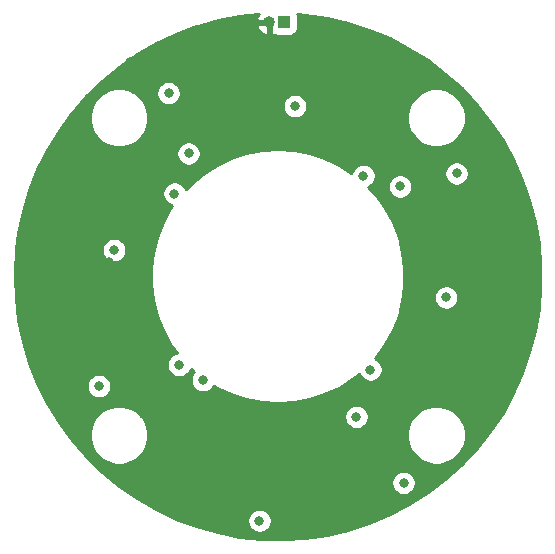
<source format=gbr>
%TF.GenerationSoftware,KiCad,Pcbnew,5.1.7-a382d34a8~87~ubuntu20.04.1*%
%TF.CreationDate,2021-02-25T10:09:00+00:00*%
%TF.ProjectId,UFOPulse,55464f50-756c-4736-952e-6b696361645f,rev?*%
%TF.SameCoordinates,Original*%
%TF.FileFunction,Copper,L2,Inr*%
%TF.FilePolarity,Positive*%
%FSLAX46Y46*%
G04 Gerber Fmt 4.6, Leading zero omitted, Abs format (unit mm)*
G04 Created by KiCad (PCBNEW 5.1.7-a382d34a8~87~ubuntu20.04.1) date 2021-02-25 10:09:00*
%MOMM*%
%LPD*%
G01*
G04 APERTURE LIST*
%TA.AperFunction,ComponentPad*%
%ADD10O,1.000000X1.000000*%
%TD*%
%TA.AperFunction,ComponentPad*%
%ADD11R,1.000000X1.000000*%
%TD*%
%TA.AperFunction,ViaPad*%
%ADD12C,0.800000*%
%TD*%
%TA.AperFunction,Conductor*%
%ADD13C,0.254000*%
%TD*%
%TA.AperFunction,Conductor*%
%ADD14C,0.100000*%
%TD*%
G04 APERTURE END LIST*
D10*
%TO.N,GND*%
%TO.C,J10*%
X139830000Y-83600000D03*
D11*
%TO.N,VCC*%
X141100000Y-83600000D03*
%TD*%
D12*
%TO.N,GND*%
X126300000Y-103900000D03*
X160500000Y-96300000D03*
X128000000Y-87000000D03*
X118800000Y-104900000D03*
X145800000Y-117100000D03*
X153300000Y-106900000D03*
X123000000Y-118300000D03*
X156100000Y-120600000D03*
X140100000Y-116200000D03*
X138500000Y-119300000D03*
X140650000Y-119250000D03*
X121600000Y-114300000D03*
X123700000Y-115800000D03*
X128400000Y-122200000D03*
X130500000Y-124200000D03*
X141800000Y-126800000D03*
X140500000Y-126700000D03*
X150200000Y-124700000D03*
X153800000Y-122300000D03*
X157800000Y-118500000D03*
X159200000Y-116300000D03*
X160700000Y-113300000D03*
X157500000Y-116500000D03*
X159500000Y-103700000D03*
X159600000Y-105800000D03*
X161600000Y-103800000D03*
X161700000Y-105900000D03*
X157500000Y-92300000D03*
X159900000Y-95200000D03*
X157500000Y-94700000D03*
X148900000Y-85100000D03*
X151900000Y-86600000D03*
X154600000Y-88400000D03*
X130600000Y-85700000D03*
X129700000Y-88000000D03*
X125500000Y-89300000D03*
X122800000Y-92300000D03*
X121100000Y-95300000D03*
X123000000Y-94100000D03*
X130200000Y-94200000D03*
X129400000Y-115300000D03*
X120300000Y-103800000D03*
X120400000Y-106000000D03*
X121900000Y-104800000D03*
%TO.N,TRIG1*%
X132200000Y-112600000D03*
%TO.N,TRIG3*%
X133000000Y-94700000D03*
%TO.N,TRIG5*%
X150900000Y-97500000D03*
%TO.N,TRIG7*%
X147200000Y-117000000D03*
%TO.N,TRIG0*%
X134200000Y-113900000D03*
%TO.N,TRIG2*%
X131800000Y-98100000D03*
%TO.N,TRIG4*%
X147800000Y-96600000D03*
%TO.N,TRIG6*%
X148400000Y-113000000D03*
%TO.N,VCC*%
X125400000Y-114400000D03*
X126700000Y-102900000D03*
X131300000Y-89600000D03*
X142000000Y-90700000D03*
X155700000Y-96400000D03*
X154800000Y-106900000D03*
X151200000Y-122600000D03*
X139001042Y-125801040D03*
%TD*%
D13*
%TO.N,GND*%
X138815790Y-83090471D02*
X138735874Y-83298124D01*
X138860871Y-83473000D01*
X139703000Y-83473000D01*
X139703000Y-83453000D01*
X139957000Y-83453000D01*
X139957000Y-83473000D01*
X139961928Y-83473000D01*
X139961928Y-83727000D01*
X139957000Y-83727000D01*
X139957000Y-84567954D01*
X140131874Y-84694119D01*
X140186864Y-84677446D01*
X140266820Y-84641930D01*
X140355820Y-84689502D01*
X140475518Y-84725812D01*
X140600000Y-84738072D01*
X141600000Y-84738072D01*
X141724482Y-84725812D01*
X141844180Y-84689502D01*
X141954494Y-84630537D01*
X142051185Y-84551185D01*
X142130537Y-84454494D01*
X142189502Y-84344180D01*
X142225812Y-84224482D01*
X142238072Y-84100000D01*
X142238072Y-83100000D01*
X142225812Y-82975518D01*
X142211146Y-82927169D01*
X142871987Y-82968746D01*
X144716706Y-83241150D01*
X146532161Y-83666961D01*
X148305617Y-84243192D01*
X150024637Y-84965802D01*
X151677161Y-85829720D01*
X153251598Y-86828889D01*
X154736905Y-87956298D01*
X156122665Y-89204042D01*
X157399155Y-90563366D01*
X158557424Y-92024737D01*
X159589345Y-93577904D01*
X160487682Y-95211973D01*
X161246134Y-96915482D01*
X161859379Y-98676482D01*
X162323116Y-100482621D01*
X162634094Y-102321231D01*
X162790130Y-104179414D01*
X162790130Y-106044136D01*
X162634094Y-107902319D01*
X162323116Y-109740929D01*
X161859379Y-111547068D01*
X161246134Y-113308068D01*
X160487682Y-115011577D01*
X159589345Y-116645646D01*
X158557424Y-118198813D01*
X157399155Y-119660184D01*
X156122665Y-121019508D01*
X154736905Y-122267252D01*
X153251598Y-123394661D01*
X151677161Y-124393830D01*
X150024637Y-125257748D01*
X148305617Y-125980358D01*
X146532161Y-126556589D01*
X144716706Y-126982400D01*
X142871987Y-127254804D01*
X141010944Y-127371891D01*
X139146630Y-127332839D01*
X137292123Y-127137923D01*
X135460429Y-126788508D01*
X133664398Y-126287047D01*
X132083459Y-125699101D01*
X137966042Y-125699101D01*
X137966042Y-125902979D01*
X138005816Y-126102938D01*
X138083837Y-126291296D01*
X138197105Y-126460814D01*
X138341268Y-126604977D01*
X138510786Y-126718245D01*
X138699144Y-126796266D01*
X138899103Y-126836040D01*
X139102981Y-126836040D01*
X139302940Y-126796266D01*
X139491298Y-126718245D01*
X139660816Y-126604977D01*
X139804979Y-126460814D01*
X139918247Y-126291296D01*
X139996268Y-126102938D01*
X140036042Y-125902979D01*
X140036042Y-125699101D01*
X139996268Y-125499142D01*
X139918247Y-125310784D01*
X139804979Y-125141266D01*
X139660816Y-124997103D01*
X139491298Y-124883835D01*
X139302940Y-124805814D01*
X139102981Y-124766040D01*
X138899103Y-124766040D01*
X138699144Y-124805814D01*
X138510786Y-124883835D01*
X138341268Y-124997103D01*
X138197105Y-125141266D01*
X138083837Y-125310784D01*
X138005816Y-125499142D01*
X137966042Y-125699101D01*
X132083459Y-125699101D01*
X131916627Y-125637057D01*
X130229375Y-124843097D01*
X128614478Y-123910735D01*
X127083262Y-122846513D01*
X126662057Y-122498061D01*
X150165000Y-122498061D01*
X150165000Y-122701939D01*
X150204774Y-122901898D01*
X150282795Y-123090256D01*
X150396063Y-123259774D01*
X150540226Y-123403937D01*
X150709744Y-123517205D01*
X150898102Y-123595226D01*
X151098061Y-123635000D01*
X151301939Y-123635000D01*
X151501898Y-123595226D01*
X151690256Y-123517205D01*
X151859774Y-123403937D01*
X152003937Y-123259774D01*
X152117205Y-123090256D01*
X152195226Y-122901898D01*
X152235000Y-122701939D01*
X152235000Y-122498061D01*
X152195226Y-122298102D01*
X152117205Y-122109744D01*
X152003937Y-121940226D01*
X151859774Y-121796063D01*
X151690256Y-121682795D01*
X151501898Y-121604774D01*
X151301939Y-121565000D01*
X151098061Y-121565000D01*
X150898102Y-121604774D01*
X150709744Y-121682795D01*
X150540226Y-121796063D01*
X150396063Y-121940226D01*
X150282795Y-122109744D01*
X150204774Y-122298102D01*
X150165000Y-122498061D01*
X126662057Y-122498061D01*
X125646469Y-121657894D01*
X124314175Y-120353216D01*
X123095727Y-118941630D01*
X122630479Y-118301271D01*
X124616692Y-118301271D01*
X124616692Y-118792337D01*
X124712495Y-119273968D01*
X124900417Y-119727654D01*
X125173239Y-120135960D01*
X125520476Y-120483197D01*
X125928782Y-120756019D01*
X126382468Y-120943941D01*
X126864099Y-121039744D01*
X127355165Y-121039744D01*
X127836796Y-120943941D01*
X128290482Y-120756019D01*
X128698788Y-120483197D01*
X129046025Y-120135960D01*
X129318847Y-119727654D01*
X129506769Y-119273968D01*
X129602572Y-118792337D01*
X129602572Y-118301271D01*
X151486753Y-118301271D01*
X151486753Y-118792337D01*
X151582555Y-119273967D01*
X151770478Y-119727652D01*
X152043300Y-120135959D01*
X152390535Y-120483194D01*
X152798842Y-120756016D01*
X153252527Y-120943939D01*
X153734157Y-121039741D01*
X154225223Y-121039741D01*
X154706853Y-120943939D01*
X155160538Y-120756016D01*
X155568845Y-120483194D01*
X155916080Y-120135959D01*
X156188902Y-119727652D01*
X156376825Y-119273967D01*
X156472627Y-118792337D01*
X156472627Y-118301271D01*
X156376825Y-117819641D01*
X156188902Y-117365956D01*
X155916080Y-116957649D01*
X155568845Y-116610414D01*
X155160538Y-116337592D01*
X154706853Y-116149669D01*
X154225223Y-116053867D01*
X153734157Y-116053867D01*
X153252527Y-116149669D01*
X152798842Y-116337592D01*
X152390535Y-116610414D01*
X152043300Y-116957649D01*
X151770478Y-117365956D01*
X151582555Y-117819641D01*
X151486753Y-118301271D01*
X129602572Y-118301271D01*
X129506769Y-117819640D01*
X129318847Y-117365954D01*
X129046025Y-116957648D01*
X128986438Y-116898061D01*
X146165000Y-116898061D01*
X146165000Y-117101939D01*
X146204774Y-117301898D01*
X146282795Y-117490256D01*
X146396063Y-117659774D01*
X146540226Y-117803937D01*
X146709744Y-117917205D01*
X146898102Y-117995226D01*
X147098061Y-118035000D01*
X147301939Y-118035000D01*
X147501898Y-117995226D01*
X147690256Y-117917205D01*
X147859774Y-117803937D01*
X148003937Y-117659774D01*
X148117205Y-117490256D01*
X148195226Y-117301898D01*
X148235000Y-117101939D01*
X148235000Y-116898061D01*
X148195226Y-116698102D01*
X148117205Y-116509744D01*
X148003937Y-116340226D01*
X147859774Y-116196063D01*
X147690256Y-116082795D01*
X147501898Y-116004774D01*
X147301939Y-115965000D01*
X147098061Y-115965000D01*
X146898102Y-116004774D01*
X146709744Y-116082795D01*
X146540226Y-116196063D01*
X146396063Y-116340226D01*
X146282795Y-116509744D01*
X146204774Y-116698102D01*
X146165000Y-116898061D01*
X128986438Y-116898061D01*
X128698788Y-116610411D01*
X128290482Y-116337589D01*
X127836796Y-116149667D01*
X127355165Y-116053864D01*
X126864099Y-116053864D01*
X126382468Y-116149667D01*
X125928782Y-116337589D01*
X125520476Y-116610411D01*
X125173239Y-116957648D01*
X124900417Y-117365954D01*
X124712495Y-117819640D01*
X124616692Y-118301271D01*
X122630479Y-118301271D01*
X121999670Y-117433037D01*
X121033694Y-115838020D01*
X120269252Y-114298061D01*
X124365000Y-114298061D01*
X124365000Y-114501939D01*
X124404774Y-114701898D01*
X124482795Y-114890256D01*
X124596063Y-115059774D01*
X124740226Y-115203937D01*
X124909744Y-115317205D01*
X125098102Y-115395226D01*
X125298061Y-115435000D01*
X125501939Y-115435000D01*
X125701898Y-115395226D01*
X125890256Y-115317205D01*
X126059774Y-115203937D01*
X126203937Y-115059774D01*
X126317205Y-114890256D01*
X126395226Y-114701898D01*
X126435000Y-114501939D01*
X126435000Y-114298061D01*
X126395226Y-114098102D01*
X126317205Y-113909744D01*
X126203937Y-113740226D01*
X126059774Y-113596063D01*
X125890256Y-113482795D01*
X125701898Y-113404774D01*
X125501939Y-113365000D01*
X125298061Y-113365000D01*
X125098102Y-113404774D01*
X124909744Y-113482795D01*
X124740226Y-113596063D01*
X124596063Y-113740226D01*
X124482795Y-113909744D01*
X124404774Y-114098102D01*
X124365000Y-114298061D01*
X120269252Y-114298061D01*
X120204572Y-114167766D01*
X119518122Y-112433991D01*
X118979158Y-110648855D01*
X118591460Y-108824881D01*
X118357748Y-106974862D01*
X118279662Y-105111775D01*
X118307965Y-104436463D01*
X129810885Y-104436463D01*
X129810885Y-105787087D01*
X129980163Y-107127061D01*
X130316049Y-108435252D01*
X130813247Y-109691031D01*
X131463915Y-110874592D01*
X131982261Y-111588034D01*
X131898102Y-111604774D01*
X131709744Y-111682795D01*
X131540226Y-111796063D01*
X131396063Y-111940226D01*
X131282795Y-112109744D01*
X131204774Y-112298102D01*
X131165000Y-112498061D01*
X131165000Y-112701939D01*
X131204774Y-112901898D01*
X131282795Y-113090256D01*
X131396063Y-113259774D01*
X131540226Y-113403937D01*
X131709744Y-113517205D01*
X131898102Y-113595226D01*
X132098061Y-113635000D01*
X132301939Y-113635000D01*
X132501898Y-113595226D01*
X132690256Y-113517205D01*
X132859774Y-113403937D01*
X133003937Y-113259774D01*
X133117205Y-113090256D01*
X133176935Y-112946057D01*
X133182358Y-112951832D01*
X133457139Y-113179150D01*
X133396063Y-113240226D01*
X133282795Y-113409744D01*
X133204774Y-113598102D01*
X133165000Y-113798061D01*
X133165000Y-114001939D01*
X133204774Y-114201898D01*
X133282795Y-114390256D01*
X133396063Y-114559774D01*
X133540226Y-114703937D01*
X133709744Y-114817205D01*
X133898102Y-114895226D01*
X134098061Y-114935000D01*
X134301939Y-114935000D01*
X134501898Y-114895226D01*
X134690256Y-114817205D01*
X134859774Y-114703937D01*
X135003937Y-114559774D01*
X135117205Y-114390256D01*
X135120500Y-114382302D01*
X135363401Y-114536452D01*
X136585482Y-115111520D01*
X137870002Y-115528886D01*
X139196702Y-115781968D01*
X140544661Y-115866774D01*
X141892620Y-115781968D01*
X143219320Y-115528886D01*
X144503840Y-115111520D01*
X145725921Y-114536452D01*
X146866291Y-113812752D01*
X147424944Y-113350593D01*
X147482795Y-113490256D01*
X147596063Y-113659774D01*
X147740226Y-113803937D01*
X147909744Y-113917205D01*
X148098102Y-113995226D01*
X148298061Y-114035000D01*
X148501939Y-114035000D01*
X148701898Y-113995226D01*
X148890256Y-113917205D01*
X149059774Y-113803937D01*
X149203937Y-113659774D01*
X149317205Y-113490256D01*
X149395226Y-113301898D01*
X149435000Y-113101939D01*
X149435000Y-112898061D01*
X149395226Y-112698102D01*
X149317205Y-112509744D01*
X149203937Y-112340226D01*
X149059774Y-112196063D01*
X148890256Y-112082795D01*
X148769871Y-112032929D01*
X148831530Y-111967269D01*
X149625407Y-110874592D01*
X150276075Y-109691031D01*
X150773273Y-108435252D01*
X151109159Y-107127061D01*
X151150721Y-106798061D01*
X153765000Y-106798061D01*
X153765000Y-107001939D01*
X153804774Y-107201898D01*
X153882795Y-107390256D01*
X153996063Y-107559774D01*
X154140226Y-107703937D01*
X154309744Y-107817205D01*
X154498102Y-107895226D01*
X154698061Y-107935000D01*
X154901939Y-107935000D01*
X155101898Y-107895226D01*
X155290256Y-107817205D01*
X155459774Y-107703937D01*
X155603937Y-107559774D01*
X155717205Y-107390256D01*
X155795226Y-107201898D01*
X155835000Y-107001939D01*
X155835000Y-106798061D01*
X155795226Y-106598102D01*
X155717205Y-106409744D01*
X155603937Y-106240226D01*
X155459774Y-106096063D01*
X155290256Y-105982795D01*
X155101898Y-105904774D01*
X154901939Y-105865000D01*
X154698061Y-105865000D01*
X154498102Y-105904774D01*
X154309744Y-105982795D01*
X154140226Y-106096063D01*
X153996063Y-106240226D01*
X153882795Y-106409744D01*
X153804774Y-106598102D01*
X153765000Y-106798061D01*
X151150721Y-106798061D01*
X151278437Y-105787087D01*
X151278437Y-104436463D01*
X151109159Y-103096489D01*
X150773273Y-101788298D01*
X150276075Y-100532519D01*
X149625407Y-99348958D01*
X148831530Y-98256281D01*
X148180272Y-97562762D01*
X148290256Y-97517205D01*
X148459774Y-97403937D01*
X148465650Y-97398061D01*
X149865000Y-97398061D01*
X149865000Y-97601939D01*
X149904774Y-97801898D01*
X149982795Y-97990256D01*
X150096063Y-98159774D01*
X150240226Y-98303937D01*
X150409744Y-98417205D01*
X150598102Y-98495226D01*
X150798061Y-98535000D01*
X151001939Y-98535000D01*
X151201898Y-98495226D01*
X151390256Y-98417205D01*
X151559774Y-98303937D01*
X151703937Y-98159774D01*
X151817205Y-97990256D01*
X151895226Y-97801898D01*
X151935000Y-97601939D01*
X151935000Y-97398061D01*
X151895226Y-97198102D01*
X151817205Y-97009744D01*
X151703937Y-96840226D01*
X151559774Y-96696063D01*
X151390256Y-96582795D01*
X151201898Y-96504774D01*
X151001939Y-96465000D01*
X150798061Y-96465000D01*
X150598102Y-96504774D01*
X150409744Y-96582795D01*
X150240226Y-96696063D01*
X150096063Y-96840226D01*
X149982795Y-97009744D01*
X149904774Y-97198102D01*
X149865000Y-97398061D01*
X148465650Y-97398061D01*
X148603937Y-97259774D01*
X148717205Y-97090256D01*
X148795226Y-96901898D01*
X148835000Y-96701939D01*
X148835000Y-96498061D01*
X148795226Y-96298102D01*
X148795210Y-96298061D01*
X154665000Y-96298061D01*
X154665000Y-96501939D01*
X154704774Y-96701898D01*
X154782795Y-96890256D01*
X154896063Y-97059774D01*
X155040226Y-97203937D01*
X155209744Y-97317205D01*
X155398102Y-97395226D01*
X155598061Y-97435000D01*
X155801939Y-97435000D01*
X156001898Y-97395226D01*
X156190256Y-97317205D01*
X156359774Y-97203937D01*
X156503937Y-97059774D01*
X156617205Y-96890256D01*
X156695226Y-96701898D01*
X156735000Y-96501939D01*
X156735000Y-96298061D01*
X156695226Y-96098102D01*
X156617205Y-95909744D01*
X156503937Y-95740226D01*
X156359774Y-95596063D01*
X156190256Y-95482795D01*
X156001898Y-95404774D01*
X155801939Y-95365000D01*
X155598061Y-95365000D01*
X155398102Y-95404774D01*
X155209744Y-95482795D01*
X155040226Y-95596063D01*
X154896063Y-95740226D01*
X154782795Y-95909744D01*
X154704774Y-96098102D01*
X154665000Y-96298061D01*
X148795210Y-96298061D01*
X148717205Y-96109744D01*
X148603937Y-95940226D01*
X148459774Y-95796063D01*
X148290256Y-95682795D01*
X148101898Y-95604774D01*
X147901939Y-95565000D01*
X147698061Y-95565000D01*
X147498102Y-95604774D01*
X147309744Y-95682795D01*
X147140226Y-95796063D01*
X146996063Y-95940226D01*
X146882795Y-96109744D01*
X146804774Y-96298102D01*
X146791765Y-96363503D01*
X145725921Y-95687098D01*
X144503840Y-95112030D01*
X143219320Y-94694664D01*
X141892620Y-94441582D01*
X140544661Y-94356776D01*
X139196702Y-94441582D01*
X137870002Y-94694664D01*
X136585482Y-95112030D01*
X135363401Y-95687098D01*
X134223031Y-96410798D01*
X133182358Y-97271718D01*
X132762421Y-97718905D01*
X132717205Y-97609744D01*
X132603937Y-97440226D01*
X132459774Y-97296063D01*
X132290256Y-97182795D01*
X132101898Y-97104774D01*
X131901939Y-97065000D01*
X131698061Y-97065000D01*
X131498102Y-97104774D01*
X131309744Y-97182795D01*
X131140226Y-97296063D01*
X130996063Y-97440226D01*
X130882795Y-97609744D01*
X130804774Y-97798102D01*
X130765000Y-97998061D01*
X130765000Y-98201939D01*
X130804774Y-98401898D01*
X130882795Y-98590256D01*
X130996063Y-98759774D01*
X131140226Y-98903937D01*
X131309744Y-99017205D01*
X131498102Y-99095226D01*
X131629302Y-99121323D01*
X131463915Y-99348958D01*
X130813247Y-100532519D01*
X130316049Y-101788298D01*
X129980163Y-103096489D01*
X129810885Y-104436463D01*
X118307965Y-104436463D01*
X118357748Y-103248688D01*
X118414675Y-102798061D01*
X125665000Y-102798061D01*
X125665000Y-103001939D01*
X125704774Y-103201898D01*
X125782795Y-103390256D01*
X125896063Y-103559774D01*
X126040226Y-103703937D01*
X126209744Y-103817205D01*
X126398102Y-103895226D01*
X126598061Y-103935000D01*
X126801939Y-103935000D01*
X127001898Y-103895226D01*
X127190256Y-103817205D01*
X127359774Y-103703937D01*
X127503937Y-103559774D01*
X127617205Y-103390256D01*
X127695226Y-103201898D01*
X127735000Y-103001939D01*
X127735000Y-102798061D01*
X127695226Y-102598102D01*
X127617205Y-102409744D01*
X127503937Y-102240226D01*
X127359774Y-102096063D01*
X127190256Y-101982795D01*
X127001898Y-101904774D01*
X126801939Y-101865000D01*
X126598061Y-101865000D01*
X126398102Y-101904774D01*
X126209744Y-101982795D01*
X126040226Y-102096063D01*
X125896063Y-102240226D01*
X125782795Y-102409744D01*
X125704774Y-102598102D01*
X125665000Y-102798061D01*
X118414675Y-102798061D01*
X118591460Y-101398669D01*
X118979158Y-99574695D01*
X119518122Y-97789559D01*
X120204572Y-96055784D01*
X120928192Y-94598061D01*
X131965000Y-94598061D01*
X131965000Y-94801939D01*
X132004774Y-95001898D01*
X132082795Y-95190256D01*
X132196063Y-95359774D01*
X132340226Y-95503937D01*
X132509744Y-95617205D01*
X132698102Y-95695226D01*
X132898061Y-95735000D01*
X133101939Y-95735000D01*
X133301898Y-95695226D01*
X133490256Y-95617205D01*
X133659774Y-95503937D01*
X133803937Y-95359774D01*
X133917205Y-95190256D01*
X133995226Y-95001898D01*
X134035000Y-94801939D01*
X134035000Y-94598061D01*
X133995226Y-94398102D01*
X133917205Y-94209744D01*
X133803937Y-94040226D01*
X133659774Y-93896063D01*
X133490256Y-93782795D01*
X133301898Y-93704774D01*
X133101939Y-93665000D01*
X132898061Y-93665000D01*
X132698102Y-93704774D01*
X132509744Y-93782795D01*
X132340226Y-93896063D01*
X132196063Y-94040226D01*
X132082795Y-94209744D01*
X132004774Y-94398102D01*
X131965000Y-94598061D01*
X120928192Y-94598061D01*
X121033694Y-94385530D01*
X121999670Y-92790513D01*
X122987259Y-91431213D01*
X124616695Y-91431213D01*
X124616695Y-91922279D01*
X124712497Y-92403909D01*
X124900420Y-92857594D01*
X125173242Y-93265901D01*
X125520477Y-93613136D01*
X125928784Y-93885958D01*
X126382469Y-94073881D01*
X126864099Y-94169683D01*
X127355165Y-94169683D01*
X127836795Y-94073881D01*
X128290480Y-93885958D01*
X128698787Y-93613136D01*
X129046022Y-93265901D01*
X129318844Y-92857594D01*
X129506767Y-92403909D01*
X129602569Y-91922279D01*
X129602569Y-91431213D01*
X129506767Y-90949583D01*
X129318844Y-90495898D01*
X129046022Y-90087591D01*
X128698787Y-89740356D01*
X128336167Y-89498061D01*
X130265000Y-89498061D01*
X130265000Y-89701939D01*
X130304774Y-89901898D01*
X130382795Y-90090256D01*
X130496063Y-90259774D01*
X130640226Y-90403937D01*
X130809744Y-90517205D01*
X130998102Y-90595226D01*
X131198061Y-90635000D01*
X131401939Y-90635000D01*
X131587645Y-90598061D01*
X140965000Y-90598061D01*
X140965000Y-90801939D01*
X141004774Y-91001898D01*
X141082795Y-91190256D01*
X141196063Y-91359774D01*
X141340226Y-91503937D01*
X141509744Y-91617205D01*
X141698102Y-91695226D01*
X141898061Y-91735000D01*
X142101939Y-91735000D01*
X142301898Y-91695226D01*
X142490256Y-91617205D01*
X142659774Y-91503937D01*
X142732498Y-91431213D01*
X151486752Y-91431213D01*
X151486752Y-91922279D01*
X151582554Y-92403909D01*
X151770477Y-92857595D01*
X152043299Y-93265901D01*
X152390535Y-93613137D01*
X152798841Y-93885959D01*
X153252527Y-94073882D01*
X153734157Y-94169684D01*
X154225223Y-94169684D01*
X154706853Y-94073882D01*
X155160539Y-93885959D01*
X155568845Y-93613137D01*
X155916081Y-93265901D01*
X156188903Y-92857595D01*
X156376826Y-92403909D01*
X156472628Y-91922279D01*
X156472628Y-91431213D01*
X156376826Y-90949583D01*
X156188903Y-90495897D01*
X155916081Y-90087591D01*
X155568845Y-89740355D01*
X155160539Y-89467533D01*
X154706853Y-89279610D01*
X154225223Y-89183808D01*
X153734157Y-89183808D01*
X153252527Y-89279610D01*
X152798841Y-89467533D01*
X152390535Y-89740355D01*
X152043299Y-90087591D01*
X151770477Y-90495897D01*
X151582554Y-90949583D01*
X151486752Y-91431213D01*
X142732498Y-91431213D01*
X142803937Y-91359774D01*
X142917205Y-91190256D01*
X142995226Y-91001898D01*
X143035000Y-90801939D01*
X143035000Y-90598061D01*
X142995226Y-90398102D01*
X142917205Y-90209744D01*
X142803937Y-90040226D01*
X142659774Y-89896063D01*
X142490256Y-89782795D01*
X142301898Y-89704774D01*
X142101939Y-89665000D01*
X141898061Y-89665000D01*
X141698102Y-89704774D01*
X141509744Y-89782795D01*
X141340226Y-89896063D01*
X141196063Y-90040226D01*
X141082795Y-90209744D01*
X141004774Y-90398102D01*
X140965000Y-90598061D01*
X131587645Y-90598061D01*
X131601898Y-90595226D01*
X131790256Y-90517205D01*
X131959774Y-90403937D01*
X132103937Y-90259774D01*
X132217205Y-90090256D01*
X132295226Y-89901898D01*
X132335000Y-89701939D01*
X132335000Y-89498061D01*
X132295226Y-89298102D01*
X132217205Y-89109744D01*
X132103937Y-88940226D01*
X131959774Y-88796063D01*
X131790256Y-88682795D01*
X131601898Y-88604774D01*
X131401939Y-88565000D01*
X131198061Y-88565000D01*
X130998102Y-88604774D01*
X130809744Y-88682795D01*
X130640226Y-88796063D01*
X130496063Y-88940226D01*
X130382795Y-89109744D01*
X130304774Y-89298102D01*
X130265000Y-89498061D01*
X128336167Y-89498061D01*
X128290480Y-89467534D01*
X127836795Y-89279611D01*
X127355165Y-89183809D01*
X126864099Y-89183809D01*
X126382469Y-89279611D01*
X125928784Y-89467534D01*
X125520477Y-89740356D01*
X125173242Y-90087591D01*
X124900420Y-90495898D01*
X124712497Y-90949583D01*
X124616695Y-91431213D01*
X122987259Y-91431213D01*
X123095727Y-91281920D01*
X124314175Y-89870334D01*
X125646469Y-88565656D01*
X127083262Y-87377037D01*
X128614478Y-86312815D01*
X130229375Y-85380453D01*
X131916627Y-84586493D01*
X133664398Y-83936503D01*
X133788417Y-83901876D01*
X138735874Y-83901876D01*
X138815790Y-84109529D01*
X138934682Y-84297601D01*
X139087980Y-84458865D01*
X139269794Y-84587123D01*
X139473136Y-84677446D01*
X139528126Y-84694119D01*
X139703000Y-84567954D01*
X139703000Y-83727000D01*
X138860871Y-83727000D01*
X138735874Y-83901876D01*
X133788417Y-83901876D01*
X135460429Y-83435042D01*
X137292123Y-83085627D01*
X138927512Y-82913741D01*
X138815790Y-83090471D01*
%TA.AperFunction,Conductor*%
D14*
G36*
X138815790Y-83090471D02*
G01*
X138735874Y-83298124D01*
X138860871Y-83473000D01*
X139703000Y-83473000D01*
X139703000Y-83453000D01*
X139957000Y-83453000D01*
X139957000Y-83473000D01*
X139961928Y-83473000D01*
X139961928Y-83727000D01*
X139957000Y-83727000D01*
X139957000Y-84567954D01*
X140131874Y-84694119D01*
X140186864Y-84677446D01*
X140266820Y-84641930D01*
X140355820Y-84689502D01*
X140475518Y-84725812D01*
X140600000Y-84738072D01*
X141600000Y-84738072D01*
X141724482Y-84725812D01*
X141844180Y-84689502D01*
X141954494Y-84630537D01*
X142051185Y-84551185D01*
X142130537Y-84454494D01*
X142189502Y-84344180D01*
X142225812Y-84224482D01*
X142238072Y-84100000D01*
X142238072Y-83100000D01*
X142225812Y-82975518D01*
X142211146Y-82927169D01*
X142871987Y-82968746D01*
X144716706Y-83241150D01*
X146532161Y-83666961D01*
X148305617Y-84243192D01*
X150024637Y-84965802D01*
X151677161Y-85829720D01*
X153251598Y-86828889D01*
X154736905Y-87956298D01*
X156122665Y-89204042D01*
X157399155Y-90563366D01*
X158557424Y-92024737D01*
X159589345Y-93577904D01*
X160487682Y-95211973D01*
X161246134Y-96915482D01*
X161859379Y-98676482D01*
X162323116Y-100482621D01*
X162634094Y-102321231D01*
X162790130Y-104179414D01*
X162790130Y-106044136D01*
X162634094Y-107902319D01*
X162323116Y-109740929D01*
X161859379Y-111547068D01*
X161246134Y-113308068D01*
X160487682Y-115011577D01*
X159589345Y-116645646D01*
X158557424Y-118198813D01*
X157399155Y-119660184D01*
X156122665Y-121019508D01*
X154736905Y-122267252D01*
X153251598Y-123394661D01*
X151677161Y-124393830D01*
X150024637Y-125257748D01*
X148305617Y-125980358D01*
X146532161Y-126556589D01*
X144716706Y-126982400D01*
X142871987Y-127254804D01*
X141010944Y-127371891D01*
X139146630Y-127332839D01*
X137292123Y-127137923D01*
X135460429Y-126788508D01*
X133664398Y-126287047D01*
X132083459Y-125699101D01*
X137966042Y-125699101D01*
X137966042Y-125902979D01*
X138005816Y-126102938D01*
X138083837Y-126291296D01*
X138197105Y-126460814D01*
X138341268Y-126604977D01*
X138510786Y-126718245D01*
X138699144Y-126796266D01*
X138899103Y-126836040D01*
X139102981Y-126836040D01*
X139302940Y-126796266D01*
X139491298Y-126718245D01*
X139660816Y-126604977D01*
X139804979Y-126460814D01*
X139918247Y-126291296D01*
X139996268Y-126102938D01*
X140036042Y-125902979D01*
X140036042Y-125699101D01*
X139996268Y-125499142D01*
X139918247Y-125310784D01*
X139804979Y-125141266D01*
X139660816Y-124997103D01*
X139491298Y-124883835D01*
X139302940Y-124805814D01*
X139102981Y-124766040D01*
X138899103Y-124766040D01*
X138699144Y-124805814D01*
X138510786Y-124883835D01*
X138341268Y-124997103D01*
X138197105Y-125141266D01*
X138083837Y-125310784D01*
X138005816Y-125499142D01*
X137966042Y-125699101D01*
X132083459Y-125699101D01*
X131916627Y-125637057D01*
X130229375Y-124843097D01*
X128614478Y-123910735D01*
X127083262Y-122846513D01*
X126662057Y-122498061D01*
X150165000Y-122498061D01*
X150165000Y-122701939D01*
X150204774Y-122901898D01*
X150282795Y-123090256D01*
X150396063Y-123259774D01*
X150540226Y-123403937D01*
X150709744Y-123517205D01*
X150898102Y-123595226D01*
X151098061Y-123635000D01*
X151301939Y-123635000D01*
X151501898Y-123595226D01*
X151690256Y-123517205D01*
X151859774Y-123403937D01*
X152003937Y-123259774D01*
X152117205Y-123090256D01*
X152195226Y-122901898D01*
X152235000Y-122701939D01*
X152235000Y-122498061D01*
X152195226Y-122298102D01*
X152117205Y-122109744D01*
X152003937Y-121940226D01*
X151859774Y-121796063D01*
X151690256Y-121682795D01*
X151501898Y-121604774D01*
X151301939Y-121565000D01*
X151098061Y-121565000D01*
X150898102Y-121604774D01*
X150709744Y-121682795D01*
X150540226Y-121796063D01*
X150396063Y-121940226D01*
X150282795Y-122109744D01*
X150204774Y-122298102D01*
X150165000Y-122498061D01*
X126662057Y-122498061D01*
X125646469Y-121657894D01*
X124314175Y-120353216D01*
X123095727Y-118941630D01*
X122630479Y-118301271D01*
X124616692Y-118301271D01*
X124616692Y-118792337D01*
X124712495Y-119273968D01*
X124900417Y-119727654D01*
X125173239Y-120135960D01*
X125520476Y-120483197D01*
X125928782Y-120756019D01*
X126382468Y-120943941D01*
X126864099Y-121039744D01*
X127355165Y-121039744D01*
X127836796Y-120943941D01*
X128290482Y-120756019D01*
X128698788Y-120483197D01*
X129046025Y-120135960D01*
X129318847Y-119727654D01*
X129506769Y-119273968D01*
X129602572Y-118792337D01*
X129602572Y-118301271D01*
X151486753Y-118301271D01*
X151486753Y-118792337D01*
X151582555Y-119273967D01*
X151770478Y-119727652D01*
X152043300Y-120135959D01*
X152390535Y-120483194D01*
X152798842Y-120756016D01*
X153252527Y-120943939D01*
X153734157Y-121039741D01*
X154225223Y-121039741D01*
X154706853Y-120943939D01*
X155160538Y-120756016D01*
X155568845Y-120483194D01*
X155916080Y-120135959D01*
X156188902Y-119727652D01*
X156376825Y-119273967D01*
X156472627Y-118792337D01*
X156472627Y-118301271D01*
X156376825Y-117819641D01*
X156188902Y-117365956D01*
X155916080Y-116957649D01*
X155568845Y-116610414D01*
X155160538Y-116337592D01*
X154706853Y-116149669D01*
X154225223Y-116053867D01*
X153734157Y-116053867D01*
X153252527Y-116149669D01*
X152798842Y-116337592D01*
X152390535Y-116610414D01*
X152043300Y-116957649D01*
X151770478Y-117365956D01*
X151582555Y-117819641D01*
X151486753Y-118301271D01*
X129602572Y-118301271D01*
X129506769Y-117819640D01*
X129318847Y-117365954D01*
X129046025Y-116957648D01*
X128986438Y-116898061D01*
X146165000Y-116898061D01*
X146165000Y-117101939D01*
X146204774Y-117301898D01*
X146282795Y-117490256D01*
X146396063Y-117659774D01*
X146540226Y-117803937D01*
X146709744Y-117917205D01*
X146898102Y-117995226D01*
X147098061Y-118035000D01*
X147301939Y-118035000D01*
X147501898Y-117995226D01*
X147690256Y-117917205D01*
X147859774Y-117803937D01*
X148003937Y-117659774D01*
X148117205Y-117490256D01*
X148195226Y-117301898D01*
X148235000Y-117101939D01*
X148235000Y-116898061D01*
X148195226Y-116698102D01*
X148117205Y-116509744D01*
X148003937Y-116340226D01*
X147859774Y-116196063D01*
X147690256Y-116082795D01*
X147501898Y-116004774D01*
X147301939Y-115965000D01*
X147098061Y-115965000D01*
X146898102Y-116004774D01*
X146709744Y-116082795D01*
X146540226Y-116196063D01*
X146396063Y-116340226D01*
X146282795Y-116509744D01*
X146204774Y-116698102D01*
X146165000Y-116898061D01*
X128986438Y-116898061D01*
X128698788Y-116610411D01*
X128290482Y-116337589D01*
X127836796Y-116149667D01*
X127355165Y-116053864D01*
X126864099Y-116053864D01*
X126382468Y-116149667D01*
X125928782Y-116337589D01*
X125520476Y-116610411D01*
X125173239Y-116957648D01*
X124900417Y-117365954D01*
X124712495Y-117819640D01*
X124616692Y-118301271D01*
X122630479Y-118301271D01*
X121999670Y-117433037D01*
X121033694Y-115838020D01*
X120269252Y-114298061D01*
X124365000Y-114298061D01*
X124365000Y-114501939D01*
X124404774Y-114701898D01*
X124482795Y-114890256D01*
X124596063Y-115059774D01*
X124740226Y-115203937D01*
X124909744Y-115317205D01*
X125098102Y-115395226D01*
X125298061Y-115435000D01*
X125501939Y-115435000D01*
X125701898Y-115395226D01*
X125890256Y-115317205D01*
X126059774Y-115203937D01*
X126203937Y-115059774D01*
X126317205Y-114890256D01*
X126395226Y-114701898D01*
X126435000Y-114501939D01*
X126435000Y-114298061D01*
X126395226Y-114098102D01*
X126317205Y-113909744D01*
X126203937Y-113740226D01*
X126059774Y-113596063D01*
X125890256Y-113482795D01*
X125701898Y-113404774D01*
X125501939Y-113365000D01*
X125298061Y-113365000D01*
X125098102Y-113404774D01*
X124909744Y-113482795D01*
X124740226Y-113596063D01*
X124596063Y-113740226D01*
X124482795Y-113909744D01*
X124404774Y-114098102D01*
X124365000Y-114298061D01*
X120269252Y-114298061D01*
X120204572Y-114167766D01*
X119518122Y-112433991D01*
X118979158Y-110648855D01*
X118591460Y-108824881D01*
X118357748Y-106974862D01*
X118279662Y-105111775D01*
X118307965Y-104436463D01*
X129810885Y-104436463D01*
X129810885Y-105787087D01*
X129980163Y-107127061D01*
X130316049Y-108435252D01*
X130813247Y-109691031D01*
X131463915Y-110874592D01*
X131982261Y-111588034D01*
X131898102Y-111604774D01*
X131709744Y-111682795D01*
X131540226Y-111796063D01*
X131396063Y-111940226D01*
X131282795Y-112109744D01*
X131204774Y-112298102D01*
X131165000Y-112498061D01*
X131165000Y-112701939D01*
X131204774Y-112901898D01*
X131282795Y-113090256D01*
X131396063Y-113259774D01*
X131540226Y-113403937D01*
X131709744Y-113517205D01*
X131898102Y-113595226D01*
X132098061Y-113635000D01*
X132301939Y-113635000D01*
X132501898Y-113595226D01*
X132690256Y-113517205D01*
X132859774Y-113403937D01*
X133003937Y-113259774D01*
X133117205Y-113090256D01*
X133176935Y-112946057D01*
X133182358Y-112951832D01*
X133457139Y-113179150D01*
X133396063Y-113240226D01*
X133282795Y-113409744D01*
X133204774Y-113598102D01*
X133165000Y-113798061D01*
X133165000Y-114001939D01*
X133204774Y-114201898D01*
X133282795Y-114390256D01*
X133396063Y-114559774D01*
X133540226Y-114703937D01*
X133709744Y-114817205D01*
X133898102Y-114895226D01*
X134098061Y-114935000D01*
X134301939Y-114935000D01*
X134501898Y-114895226D01*
X134690256Y-114817205D01*
X134859774Y-114703937D01*
X135003937Y-114559774D01*
X135117205Y-114390256D01*
X135120500Y-114382302D01*
X135363401Y-114536452D01*
X136585482Y-115111520D01*
X137870002Y-115528886D01*
X139196702Y-115781968D01*
X140544661Y-115866774D01*
X141892620Y-115781968D01*
X143219320Y-115528886D01*
X144503840Y-115111520D01*
X145725921Y-114536452D01*
X146866291Y-113812752D01*
X147424944Y-113350593D01*
X147482795Y-113490256D01*
X147596063Y-113659774D01*
X147740226Y-113803937D01*
X147909744Y-113917205D01*
X148098102Y-113995226D01*
X148298061Y-114035000D01*
X148501939Y-114035000D01*
X148701898Y-113995226D01*
X148890256Y-113917205D01*
X149059774Y-113803937D01*
X149203937Y-113659774D01*
X149317205Y-113490256D01*
X149395226Y-113301898D01*
X149435000Y-113101939D01*
X149435000Y-112898061D01*
X149395226Y-112698102D01*
X149317205Y-112509744D01*
X149203937Y-112340226D01*
X149059774Y-112196063D01*
X148890256Y-112082795D01*
X148769871Y-112032929D01*
X148831530Y-111967269D01*
X149625407Y-110874592D01*
X150276075Y-109691031D01*
X150773273Y-108435252D01*
X151109159Y-107127061D01*
X151150721Y-106798061D01*
X153765000Y-106798061D01*
X153765000Y-107001939D01*
X153804774Y-107201898D01*
X153882795Y-107390256D01*
X153996063Y-107559774D01*
X154140226Y-107703937D01*
X154309744Y-107817205D01*
X154498102Y-107895226D01*
X154698061Y-107935000D01*
X154901939Y-107935000D01*
X155101898Y-107895226D01*
X155290256Y-107817205D01*
X155459774Y-107703937D01*
X155603937Y-107559774D01*
X155717205Y-107390256D01*
X155795226Y-107201898D01*
X155835000Y-107001939D01*
X155835000Y-106798061D01*
X155795226Y-106598102D01*
X155717205Y-106409744D01*
X155603937Y-106240226D01*
X155459774Y-106096063D01*
X155290256Y-105982795D01*
X155101898Y-105904774D01*
X154901939Y-105865000D01*
X154698061Y-105865000D01*
X154498102Y-105904774D01*
X154309744Y-105982795D01*
X154140226Y-106096063D01*
X153996063Y-106240226D01*
X153882795Y-106409744D01*
X153804774Y-106598102D01*
X153765000Y-106798061D01*
X151150721Y-106798061D01*
X151278437Y-105787087D01*
X151278437Y-104436463D01*
X151109159Y-103096489D01*
X150773273Y-101788298D01*
X150276075Y-100532519D01*
X149625407Y-99348958D01*
X148831530Y-98256281D01*
X148180272Y-97562762D01*
X148290256Y-97517205D01*
X148459774Y-97403937D01*
X148465650Y-97398061D01*
X149865000Y-97398061D01*
X149865000Y-97601939D01*
X149904774Y-97801898D01*
X149982795Y-97990256D01*
X150096063Y-98159774D01*
X150240226Y-98303937D01*
X150409744Y-98417205D01*
X150598102Y-98495226D01*
X150798061Y-98535000D01*
X151001939Y-98535000D01*
X151201898Y-98495226D01*
X151390256Y-98417205D01*
X151559774Y-98303937D01*
X151703937Y-98159774D01*
X151817205Y-97990256D01*
X151895226Y-97801898D01*
X151935000Y-97601939D01*
X151935000Y-97398061D01*
X151895226Y-97198102D01*
X151817205Y-97009744D01*
X151703937Y-96840226D01*
X151559774Y-96696063D01*
X151390256Y-96582795D01*
X151201898Y-96504774D01*
X151001939Y-96465000D01*
X150798061Y-96465000D01*
X150598102Y-96504774D01*
X150409744Y-96582795D01*
X150240226Y-96696063D01*
X150096063Y-96840226D01*
X149982795Y-97009744D01*
X149904774Y-97198102D01*
X149865000Y-97398061D01*
X148465650Y-97398061D01*
X148603937Y-97259774D01*
X148717205Y-97090256D01*
X148795226Y-96901898D01*
X148835000Y-96701939D01*
X148835000Y-96498061D01*
X148795226Y-96298102D01*
X148795210Y-96298061D01*
X154665000Y-96298061D01*
X154665000Y-96501939D01*
X154704774Y-96701898D01*
X154782795Y-96890256D01*
X154896063Y-97059774D01*
X155040226Y-97203937D01*
X155209744Y-97317205D01*
X155398102Y-97395226D01*
X155598061Y-97435000D01*
X155801939Y-97435000D01*
X156001898Y-97395226D01*
X156190256Y-97317205D01*
X156359774Y-97203937D01*
X156503937Y-97059774D01*
X156617205Y-96890256D01*
X156695226Y-96701898D01*
X156735000Y-96501939D01*
X156735000Y-96298061D01*
X156695226Y-96098102D01*
X156617205Y-95909744D01*
X156503937Y-95740226D01*
X156359774Y-95596063D01*
X156190256Y-95482795D01*
X156001898Y-95404774D01*
X155801939Y-95365000D01*
X155598061Y-95365000D01*
X155398102Y-95404774D01*
X155209744Y-95482795D01*
X155040226Y-95596063D01*
X154896063Y-95740226D01*
X154782795Y-95909744D01*
X154704774Y-96098102D01*
X154665000Y-96298061D01*
X148795210Y-96298061D01*
X148717205Y-96109744D01*
X148603937Y-95940226D01*
X148459774Y-95796063D01*
X148290256Y-95682795D01*
X148101898Y-95604774D01*
X147901939Y-95565000D01*
X147698061Y-95565000D01*
X147498102Y-95604774D01*
X147309744Y-95682795D01*
X147140226Y-95796063D01*
X146996063Y-95940226D01*
X146882795Y-96109744D01*
X146804774Y-96298102D01*
X146791765Y-96363503D01*
X145725921Y-95687098D01*
X144503840Y-95112030D01*
X143219320Y-94694664D01*
X141892620Y-94441582D01*
X140544661Y-94356776D01*
X139196702Y-94441582D01*
X137870002Y-94694664D01*
X136585482Y-95112030D01*
X135363401Y-95687098D01*
X134223031Y-96410798D01*
X133182358Y-97271718D01*
X132762421Y-97718905D01*
X132717205Y-97609744D01*
X132603937Y-97440226D01*
X132459774Y-97296063D01*
X132290256Y-97182795D01*
X132101898Y-97104774D01*
X131901939Y-97065000D01*
X131698061Y-97065000D01*
X131498102Y-97104774D01*
X131309744Y-97182795D01*
X131140226Y-97296063D01*
X130996063Y-97440226D01*
X130882795Y-97609744D01*
X130804774Y-97798102D01*
X130765000Y-97998061D01*
X130765000Y-98201939D01*
X130804774Y-98401898D01*
X130882795Y-98590256D01*
X130996063Y-98759774D01*
X131140226Y-98903937D01*
X131309744Y-99017205D01*
X131498102Y-99095226D01*
X131629302Y-99121323D01*
X131463915Y-99348958D01*
X130813247Y-100532519D01*
X130316049Y-101788298D01*
X129980163Y-103096489D01*
X129810885Y-104436463D01*
X118307965Y-104436463D01*
X118357748Y-103248688D01*
X118414675Y-102798061D01*
X125665000Y-102798061D01*
X125665000Y-103001939D01*
X125704774Y-103201898D01*
X125782795Y-103390256D01*
X125896063Y-103559774D01*
X126040226Y-103703937D01*
X126209744Y-103817205D01*
X126398102Y-103895226D01*
X126598061Y-103935000D01*
X126801939Y-103935000D01*
X127001898Y-103895226D01*
X127190256Y-103817205D01*
X127359774Y-103703937D01*
X127503937Y-103559774D01*
X127617205Y-103390256D01*
X127695226Y-103201898D01*
X127735000Y-103001939D01*
X127735000Y-102798061D01*
X127695226Y-102598102D01*
X127617205Y-102409744D01*
X127503937Y-102240226D01*
X127359774Y-102096063D01*
X127190256Y-101982795D01*
X127001898Y-101904774D01*
X126801939Y-101865000D01*
X126598061Y-101865000D01*
X126398102Y-101904774D01*
X126209744Y-101982795D01*
X126040226Y-102096063D01*
X125896063Y-102240226D01*
X125782795Y-102409744D01*
X125704774Y-102598102D01*
X125665000Y-102798061D01*
X118414675Y-102798061D01*
X118591460Y-101398669D01*
X118979158Y-99574695D01*
X119518122Y-97789559D01*
X120204572Y-96055784D01*
X120928192Y-94598061D01*
X131965000Y-94598061D01*
X131965000Y-94801939D01*
X132004774Y-95001898D01*
X132082795Y-95190256D01*
X132196063Y-95359774D01*
X132340226Y-95503937D01*
X132509744Y-95617205D01*
X132698102Y-95695226D01*
X132898061Y-95735000D01*
X133101939Y-95735000D01*
X133301898Y-95695226D01*
X133490256Y-95617205D01*
X133659774Y-95503937D01*
X133803937Y-95359774D01*
X133917205Y-95190256D01*
X133995226Y-95001898D01*
X134035000Y-94801939D01*
X134035000Y-94598061D01*
X133995226Y-94398102D01*
X133917205Y-94209744D01*
X133803937Y-94040226D01*
X133659774Y-93896063D01*
X133490256Y-93782795D01*
X133301898Y-93704774D01*
X133101939Y-93665000D01*
X132898061Y-93665000D01*
X132698102Y-93704774D01*
X132509744Y-93782795D01*
X132340226Y-93896063D01*
X132196063Y-94040226D01*
X132082795Y-94209744D01*
X132004774Y-94398102D01*
X131965000Y-94598061D01*
X120928192Y-94598061D01*
X121033694Y-94385530D01*
X121999670Y-92790513D01*
X122987259Y-91431213D01*
X124616695Y-91431213D01*
X124616695Y-91922279D01*
X124712497Y-92403909D01*
X124900420Y-92857594D01*
X125173242Y-93265901D01*
X125520477Y-93613136D01*
X125928784Y-93885958D01*
X126382469Y-94073881D01*
X126864099Y-94169683D01*
X127355165Y-94169683D01*
X127836795Y-94073881D01*
X128290480Y-93885958D01*
X128698787Y-93613136D01*
X129046022Y-93265901D01*
X129318844Y-92857594D01*
X129506767Y-92403909D01*
X129602569Y-91922279D01*
X129602569Y-91431213D01*
X129506767Y-90949583D01*
X129318844Y-90495898D01*
X129046022Y-90087591D01*
X128698787Y-89740356D01*
X128336167Y-89498061D01*
X130265000Y-89498061D01*
X130265000Y-89701939D01*
X130304774Y-89901898D01*
X130382795Y-90090256D01*
X130496063Y-90259774D01*
X130640226Y-90403937D01*
X130809744Y-90517205D01*
X130998102Y-90595226D01*
X131198061Y-90635000D01*
X131401939Y-90635000D01*
X131587645Y-90598061D01*
X140965000Y-90598061D01*
X140965000Y-90801939D01*
X141004774Y-91001898D01*
X141082795Y-91190256D01*
X141196063Y-91359774D01*
X141340226Y-91503937D01*
X141509744Y-91617205D01*
X141698102Y-91695226D01*
X141898061Y-91735000D01*
X142101939Y-91735000D01*
X142301898Y-91695226D01*
X142490256Y-91617205D01*
X142659774Y-91503937D01*
X142732498Y-91431213D01*
X151486752Y-91431213D01*
X151486752Y-91922279D01*
X151582554Y-92403909D01*
X151770477Y-92857595D01*
X152043299Y-93265901D01*
X152390535Y-93613137D01*
X152798841Y-93885959D01*
X153252527Y-94073882D01*
X153734157Y-94169684D01*
X154225223Y-94169684D01*
X154706853Y-94073882D01*
X155160539Y-93885959D01*
X155568845Y-93613137D01*
X155916081Y-93265901D01*
X156188903Y-92857595D01*
X156376826Y-92403909D01*
X156472628Y-91922279D01*
X156472628Y-91431213D01*
X156376826Y-90949583D01*
X156188903Y-90495897D01*
X155916081Y-90087591D01*
X155568845Y-89740355D01*
X155160539Y-89467533D01*
X154706853Y-89279610D01*
X154225223Y-89183808D01*
X153734157Y-89183808D01*
X153252527Y-89279610D01*
X152798841Y-89467533D01*
X152390535Y-89740355D01*
X152043299Y-90087591D01*
X151770477Y-90495897D01*
X151582554Y-90949583D01*
X151486752Y-91431213D01*
X142732498Y-91431213D01*
X142803937Y-91359774D01*
X142917205Y-91190256D01*
X142995226Y-91001898D01*
X143035000Y-90801939D01*
X143035000Y-90598061D01*
X142995226Y-90398102D01*
X142917205Y-90209744D01*
X142803937Y-90040226D01*
X142659774Y-89896063D01*
X142490256Y-89782795D01*
X142301898Y-89704774D01*
X142101939Y-89665000D01*
X141898061Y-89665000D01*
X141698102Y-89704774D01*
X141509744Y-89782795D01*
X141340226Y-89896063D01*
X141196063Y-90040226D01*
X141082795Y-90209744D01*
X141004774Y-90398102D01*
X140965000Y-90598061D01*
X131587645Y-90598061D01*
X131601898Y-90595226D01*
X131790256Y-90517205D01*
X131959774Y-90403937D01*
X132103937Y-90259774D01*
X132217205Y-90090256D01*
X132295226Y-89901898D01*
X132335000Y-89701939D01*
X132335000Y-89498061D01*
X132295226Y-89298102D01*
X132217205Y-89109744D01*
X132103937Y-88940226D01*
X131959774Y-88796063D01*
X131790256Y-88682795D01*
X131601898Y-88604774D01*
X131401939Y-88565000D01*
X131198061Y-88565000D01*
X130998102Y-88604774D01*
X130809744Y-88682795D01*
X130640226Y-88796063D01*
X130496063Y-88940226D01*
X130382795Y-89109744D01*
X130304774Y-89298102D01*
X130265000Y-89498061D01*
X128336167Y-89498061D01*
X128290480Y-89467534D01*
X127836795Y-89279611D01*
X127355165Y-89183809D01*
X126864099Y-89183809D01*
X126382469Y-89279611D01*
X125928784Y-89467534D01*
X125520477Y-89740356D01*
X125173242Y-90087591D01*
X124900420Y-90495898D01*
X124712497Y-90949583D01*
X124616695Y-91431213D01*
X122987259Y-91431213D01*
X123095727Y-91281920D01*
X124314175Y-89870334D01*
X125646469Y-88565656D01*
X127083262Y-87377037D01*
X128614478Y-86312815D01*
X130229375Y-85380453D01*
X131916627Y-84586493D01*
X133664398Y-83936503D01*
X133788417Y-83901876D01*
X138735874Y-83901876D01*
X138815790Y-84109529D01*
X138934682Y-84297601D01*
X139087980Y-84458865D01*
X139269794Y-84587123D01*
X139473136Y-84677446D01*
X139528126Y-84694119D01*
X139703000Y-84567954D01*
X139703000Y-83727000D01*
X138860871Y-83727000D01*
X138735874Y-83901876D01*
X133788417Y-83901876D01*
X135460429Y-83435042D01*
X137292123Y-83085627D01*
X138927512Y-82913741D01*
X138815790Y-83090471D01*
G37*
%TD.AperFunction*%
%TD*%
M02*

</source>
